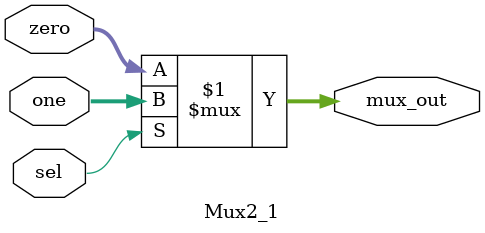
<source format=v>
`timescale 1ns / 1ps


module Mux2_1 #(
    parameter WIDTH = 4
)(
    input  [WIDTH-1:0] zero,
    input  [WIDTH-1:0] one,
    input              sel,
    output [WIDTH-1:0] mux_out
);
    
    assign mux_out = sel ? one : zero;

endmodule

</source>
